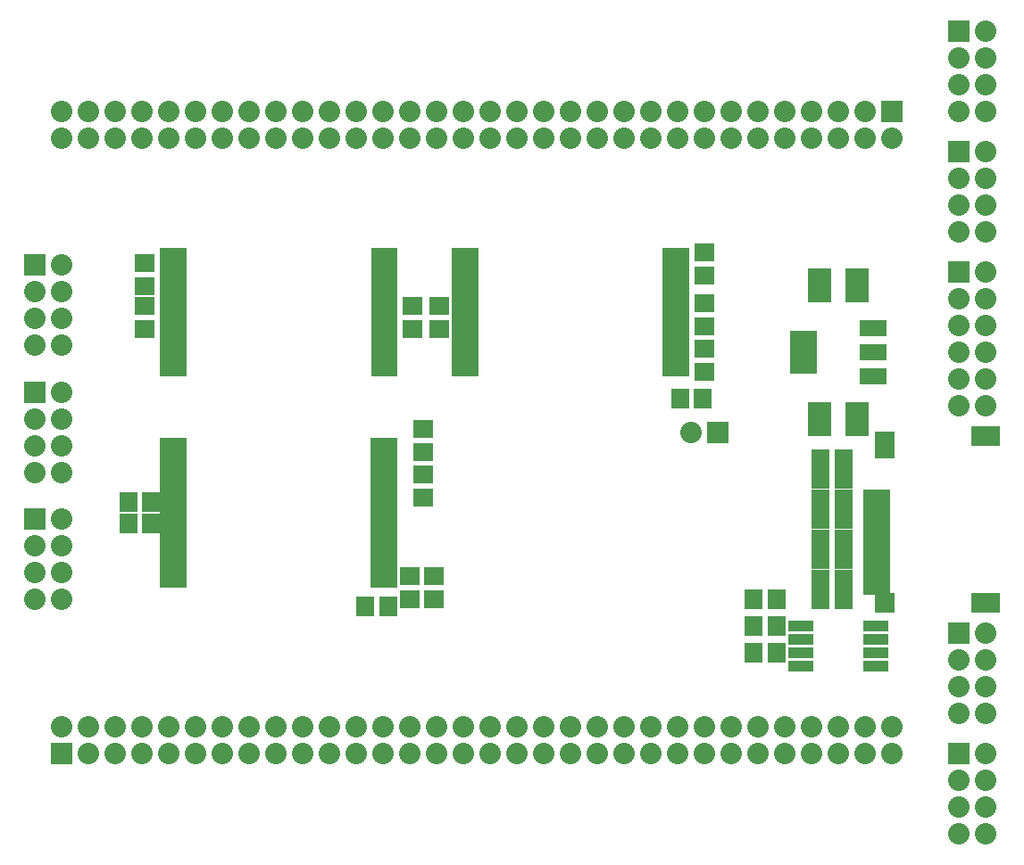
<source format=gts>
G04 (created by PCBNEW-RS274X (2012-01-19 BZR 3256)-stable) date 13/09/2012 15:52:14*
G01*
G70*
G90*
%MOIN*%
G04 Gerber Fmt 3.4, Leading zero omitted, Abs format*
%FSLAX34Y34*%
G04 APERTURE LIST*
%ADD10C,0.006000*%
%ADD11R,0.098700X0.027800*%
%ADD12R,0.065000X0.075000*%
%ADD13R,0.080000X0.080000*%
%ADD14C,0.080000*%
%ADD15R,0.100000X0.164000*%
%ADD16R,0.100000X0.060000*%
%ADD17R,0.090000X0.130000*%
%ADD18R,0.075000X0.065000*%
%ADD19R,0.106600X0.075100*%
%ADD20R,0.075100X0.098700*%
%ADD21R,0.075100X0.075100*%
%ADD22R,0.098700X0.047600*%
%ADD23R,0.095000X0.040000*%
G04 APERTURE END LIST*
G54D10*
G54D11*
X24037Y-26870D03*
X24037Y-26673D03*
X24037Y-26476D03*
X24037Y-26280D03*
X24037Y-26083D03*
X24037Y-25886D03*
X24037Y-25689D03*
X24037Y-25492D03*
X24037Y-25295D03*
X24037Y-25098D03*
X24037Y-24902D03*
X24037Y-24705D03*
X24037Y-24508D03*
X24037Y-24311D03*
X24037Y-24114D03*
X24037Y-23917D03*
X24037Y-23720D03*
X24037Y-23524D03*
X24037Y-23327D03*
X24037Y-23130D03*
X24037Y-22933D03*
X24037Y-22736D03*
X24037Y-22539D03*
X24037Y-22343D03*
X16163Y-22343D03*
X16163Y-22539D03*
X16163Y-22736D03*
X16163Y-22933D03*
X16163Y-23130D03*
X16163Y-23327D03*
X16163Y-23524D03*
X16163Y-23720D03*
X16163Y-23917D03*
X16163Y-24114D03*
X16163Y-24311D03*
X16163Y-24508D03*
X16163Y-24705D03*
X16163Y-24902D03*
X16163Y-25098D03*
X16163Y-25295D03*
X16163Y-25492D03*
X16163Y-25689D03*
X16163Y-25886D03*
X16163Y-26083D03*
X16163Y-26280D03*
X16163Y-26476D03*
X16163Y-26673D03*
X16163Y-26870D03*
X16163Y-27067D03*
X16163Y-27264D03*
X16163Y-27461D03*
X16163Y-27657D03*
X24037Y-27067D03*
X24037Y-27264D03*
X24037Y-27461D03*
X24037Y-27657D03*
X27063Y-15630D03*
X27063Y-15827D03*
X27063Y-16024D03*
X27063Y-16220D03*
X27063Y-16417D03*
X27063Y-16614D03*
X27063Y-16811D03*
X27063Y-17008D03*
X27063Y-17205D03*
X27063Y-17402D03*
X27063Y-17598D03*
X27063Y-17795D03*
X27063Y-17992D03*
X27063Y-18189D03*
X27063Y-18386D03*
X27063Y-18583D03*
X27063Y-18780D03*
X27063Y-18976D03*
X27063Y-19173D03*
X27063Y-19370D03*
X27063Y-19567D03*
X27063Y-19764D03*
X34937Y-19764D03*
X34937Y-19567D03*
X34937Y-19370D03*
X34937Y-19173D03*
X34937Y-18976D03*
X34937Y-18780D03*
X34937Y-18583D03*
X34937Y-18386D03*
X34937Y-18189D03*
X34937Y-17992D03*
X34937Y-17795D03*
X34937Y-17598D03*
X34937Y-17402D03*
X34937Y-17205D03*
X34937Y-17008D03*
X34937Y-16811D03*
X34937Y-16614D03*
X34937Y-16417D03*
X34937Y-16220D03*
X34937Y-16024D03*
X34937Y-15827D03*
X34937Y-15630D03*
X34937Y-15433D03*
X34937Y-15236D03*
X27063Y-15433D03*
X27063Y-15236D03*
G54D12*
X37825Y-29250D03*
X38675Y-29250D03*
G54D13*
X45500Y-16000D03*
G54D14*
X46500Y-16000D03*
X45500Y-17000D03*
X46500Y-17000D03*
X45500Y-18000D03*
X46500Y-18000D03*
X45500Y-19000D03*
X46500Y-19000D03*
X45500Y-20000D03*
X46500Y-20000D03*
X45500Y-21000D03*
X46500Y-21000D03*
G54D13*
X45500Y-11500D03*
G54D14*
X46500Y-11500D03*
X45500Y-12500D03*
X46500Y-12500D03*
X45500Y-13500D03*
X46500Y-13500D03*
X45500Y-14500D03*
X46500Y-14500D03*
G54D13*
X45500Y-07000D03*
G54D14*
X46500Y-07000D03*
X45500Y-08000D03*
X46500Y-08000D03*
X45500Y-09000D03*
X46500Y-09000D03*
X45500Y-10000D03*
X46500Y-10000D03*
G54D15*
X39700Y-19000D03*
G54D16*
X42300Y-19000D03*
X42300Y-18100D03*
X42300Y-19900D03*
G54D17*
X41700Y-16500D03*
X40300Y-16500D03*
X41700Y-21500D03*
X40300Y-21500D03*
G54D18*
X25100Y-18125D03*
X25100Y-17275D03*
X36000Y-18025D03*
X36000Y-17175D03*
X26100Y-18125D03*
X26100Y-17275D03*
G54D12*
X37825Y-28250D03*
X38675Y-28250D03*
G54D18*
X25900Y-28225D03*
X25900Y-27375D03*
X15100Y-17275D03*
X15100Y-18125D03*
X25000Y-28225D03*
X25000Y-27375D03*
G54D12*
X14475Y-24600D03*
X15325Y-24600D03*
G54D18*
X25500Y-21875D03*
X25500Y-22725D03*
X36000Y-19725D03*
X36000Y-18875D03*
X25500Y-24425D03*
X25500Y-23575D03*
G54D10*
G36*
X23544Y-19231D02*
X24530Y-19231D01*
X24530Y-19509D01*
X23544Y-19509D01*
X23544Y-19231D01*
X23544Y-19231D01*
G37*
G36*
X23544Y-19034D02*
X24530Y-19034D01*
X24530Y-19312D01*
X23544Y-19312D01*
X23544Y-19034D01*
X23544Y-19034D01*
G37*
G36*
X23544Y-18837D02*
X24530Y-18837D01*
X24530Y-19115D01*
X23544Y-19115D01*
X23544Y-18837D01*
X23544Y-18837D01*
G37*
G36*
X23544Y-18641D02*
X24530Y-18641D01*
X24530Y-18919D01*
X23544Y-18919D01*
X23544Y-18641D01*
X23544Y-18641D01*
G37*
G36*
X23544Y-18444D02*
X24530Y-18444D01*
X24530Y-18722D01*
X23544Y-18722D01*
X23544Y-18444D01*
X23544Y-18444D01*
G37*
G36*
X23544Y-18247D02*
X24530Y-18247D01*
X24530Y-18525D01*
X23544Y-18525D01*
X23544Y-18247D01*
X23544Y-18247D01*
G37*
G36*
X23544Y-18050D02*
X24530Y-18050D01*
X24530Y-18328D01*
X23544Y-18328D01*
X23544Y-18050D01*
X23544Y-18050D01*
G37*
G36*
X23544Y-17853D02*
X24530Y-17853D01*
X24530Y-18131D01*
X23544Y-18131D01*
X23544Y-17853D01*
X23544Y-17853D01*
G37*
G36*
X23544Y-17656D02*
X24530Y-17656D01*
X24530Y-17934D01*
X23544Y-17934D01*
X23544Y-17656D01*
X23544Y-17656D01*
G37*
G36*
X23544Y-17459D02*
X24530Y-17459D01*
X24530Y-17737D01*
X23544Y-17737D01*
X23544Y-17459D01*
X23544Y-17459D01*
G37*
G36*
X23544Y-17263D02*
X24530Y-17263D01*
X24530Y-17541D01*
X23544Y-17541D01*
X23544Y-17263D01*
X23544Y-17263D01*
G37*
G36*
X23544Y-17066D02*
X24530Y-17066D01*
X24530Y-17344D01*
X23544Y-17344D01*
X23544Y-17066D01*
X23544Y-17066D01*
G37*
G36*
X23544Y-16869D02*
X24530Y-16869D01*
X24530Y-17147D01*
X23544Y-17147D01*
X23544Y-16869D01*
X23544Y-16869D01*
G37*
G36*
X23544Y-16672D02*
X24530Y-16672D01*
X24530Y-16950D01*
X23544Y-16950D01*
X23544Y-16672D01*
X23544Y-16672D01*
G37*
G36*
X23544Y-16475D02*
X24530Y-16475D01*
X24530Y-16753D01*
X23544Y-16753D01*
X23544Y-16475D01*
X23544Y-16475D01*
G37*
G36*
X23544Y-16278D02*
X24530Y-16278D01*
X24530Y-16556D01*
X23544Y-16556D01*
X23544Y-16278D01*
X23544Y-16278D01*
G37*
G36*
X23544Y-16081D02*
X24530Y-16081D01*
X24530Y-16359D01*
X23544Y-16359D01*
X23544Y-16081D01*
X23544Y-16081D01*
G37*
G36*
X23544Y-15885D02*
X24530Y-15885D01*
X24530Y-16163D01*
X23544Y-16163D01*
X23544Y-15885D01*
X23544Y-15885D01*
G37*
G36*
X23544Y-15688D02*
X24530Y-15688D01*
X24530Y-15966D01*
X23544Y-15966D01*
X23544Y-15688D01*
X23544Y-15688D01*
G37*
G36*
X23544Y-15491D02*
X24530Y-15491D01*
X24530Y-15769D01*
X23544Y-15769D01*
X23544Y-15491D01*
X23544Y-15491D01*
G37*
G36*
X23544Y-15294D02*
X24530Y-15294D01*
X24530Y-15572D01*
X23544Y-15572D01*
X23544Y-15294D01*
X23544Y-15294D01*
G37*
G36*
X23544Y-15097D02*
X24530Y-15097D01*
X24530Y-15375D01*
X23544Y-15375D01*
X23544Y-15097D01*
X23544Y-15097D01*
G37*
G54D11*
X16163Y-15236D03*
X16163Y-15433D03*
X16163Y-15630D03*
X16163Y-15827D03*
X16163Y-16024D03*
X16163Y-16220D03*
X16163Y-16417D03*
X16163Y-16614D03*
X16163Y-16811D03*
X16163Y-17008D03*
X16163Y-17205D03*
X16163Y-17402D03*
X16163Y-17598D03*
X16163Y-17795D03*
X16163Y-17992D03*
X16163Y-18189D03*
X16163Y-18386D03*
X16163Y-18583D03*
X16163Y-18780D03*
X16163Y-18976D03*
X16163Y-19173D03*
X16163Y-19370D03*
G54D10*
G36*
X15670Y-19428D02*
X16656Y-19428D01*
X16656Y-19706D01*
X15670Y-19706D01*
X15670Y-19428D01*
X15670Y-19428D01*
G37*
G36*
X15670Y-19625D02*
X16656Y-19625D01*
X16656Y-19903D01*
X15670Y-19903D01*
X15670Y-19625D01*
X15670Y-19625D01*
G37*
G36*
X23544Y-19428D02*
X24530Y-19428D01*
X24530Y-19706D01*
X23544Y-19706D01*
X23544Y-19428D01*
X23544Y-19428D01*
G37*
G36*
X23544Y-19625D02*
X24530Y-19625D01*
X24530Y-19903D01*
X23544Y-19903D01*
X23544Y-19625D01*
X23544Y-19625D01*
G37*
G54D12*
X41175Y-23000D03*
X40325Y-23000D03*
X14475Y-25400D03*
X15325Y-25400D03*
X24175Y-28500D03*
X23325Y-28500D03*
G54D18*
X15100Y-15675D03*
X15100Y-16525D03*
G54D13*
X11000Y-25250D03*
G54D14*
X12000Y-25250D03*
X11000Y-26250D03*
X12000Y-26250D03*
X11000Y-27250D03*
X12000Y-27250D03*
X11000Y-28250D03*
X12000Y-28250D03*
G54D13*
X11000Y-20500D03*
G54D14*
X12000Y-20500D03*
X11000Y-21500D03*
X12000Y-21500D03*
X11000Y-22500D03*
X12000Y-22500D03*
X11000Y-23500D03*
X12000Y-23500D03*
G54D13*
X11000Y-15750D03*
G54D14*
X12000Y-15750D03*
X11000Y-16750D03*
X12000Y-16750D03*
X11000Y-17750D03*
X12000Y-17750D03*
X11000Y-18750D03*
X12000Y-18750D03*
G54D13*
X45500Y-34000D03*
G54D14*
X46500Y-34000D03*
X45500Y-35000D03*
X46500Y-35000D03*
X45500Y-36000D03*
X46500Y-36000D03*
X45500Y-37000D03*
X46500Y-37000D03*
G54D13*
X45500Y-29500D03*
G54D14*
X46500Y-29500D03*
X45500Y-30500D03*
X46500Y-30500D03*
X45500Y-31500D03*
X46500Y-31500D03*
X45500Y-32500D03*
X46500Y-32500D03*
G54D13*
X36500Y-22000D03*
G54D14*
X35500Y-22000D03*
G54D19*
X46488Y-28360D03*
X46488Y-22140D03*
G54D20*
X42709Y-22455D03*
G54D21*
X42709Y-28360D03*
G54D22*
X42433Y-27829D03*
X42433Y-27396D03*
X42433Y-26963D03*
X42433Y-26530D03*
X42433Y-26096D03*
X42433Y-25663D03*
X42433Y-25230D03*
X42433Y-24797D03*
X42433Y-24364D03*
G54D23*
X42400Y-29250D03*
X42400Y-29750D03*
X42400Y-30250D03*
X42400Y-30750D03*
X39600Y-30750D03*
X39600Y-30250D03*
X39600Y-29750D03*
X39600Y-29250D03*
G54D18*
X36000Y-15275D03*
X36000Y-16125D03*
G54D12*
X35925Y-20750D03*
X35075Y-20750D03*
X37825Y-30250D03*
X38675Y-30250D03*
X41175Y-28250D03*
X40325Y-28250D03*
X41175Y-23750D03*
X40325Y-23750D03*
X41175Y-24500D03*
X40325Y-24500D03*
X41175Y-25250D03*
X40325Y-25250D03*
X41175Y-26000D03*
X40325Y-26000D03*
X41175Y-26750D03*
X40325Y-26750D03*
X41175Y-27500D03*
X40325Y-27500D03*
G54D13*
X43000Y-10000D03*
G54D14*
X43000Y-11000D03*
X42000Y-10000D03*
X42000Y-11000D03*
X41000Y-10000D03*
X41000Y-11000D03*
X40000Y-10000D03*
X40000Y-11000D03*
X39000Y-10000D03*
X39000Y-11000D03*
X38000Y-10000D03*
X38000Y-11000D03*
X37000Y-10000D03*
X37000Y-11000D03*
X36000Y-10000D03*
X36000Y-11000D03*
X35000Y-10000D03*
X35000Y-11000D03*
X34000Y-10000D03*
X34000Y-11000D03*
X33000Y-10000D03*
X33000Y-11000D03*
X32000Y-10000D03*
X32000Y-11000D03*
X31000Y-10000D03*
X31000Y-11000D03*
X30000Y-10000D03*
X30000Y-11000D03*
X29000Y-10000D03*
X29000Y-11000D03*
X28000Y-10000D03*
X28000Y-11000D03*
X27000Y-10000D03*
X27000Y-11000D03*
X26000Y-10000D03*
X26000Y-11000D03*
X25000Y-10000D03*
X25000Y-11000D03*
X24000Y-10000D03*
X24000Y-11000D03*
X23000Y-10000D03*
X23000Y-11000D03*
X22000Y-10000D03*
X22000Y-11000D03*
X21000Y-10000D03*
X21000Y-11000D03*
X20000Y-10000D03*
X20000Y-11000D03*
X19000Y-10000D03*
X19000Y-11000D03*
X18000Y-10000D03*
X18000Y-11000D03*
X17000Y-10000D03*
X17000Y-11000D03*
X16000Y-10000D03*
X16000Y-11000D03*
X15000Y-10000D03*
X15000Y-11000D03*
X14000Y-10000D03*
X14000Y-11000D03*
X13000Y-10000D03*
X13000Y-11000D03*
X12000Y-10000D03*
X12000Y-11000D03*
G54D13*
X12000Y-34000D03*
G54D14*
X12000Y-33000D03*
X13000Y-34000D03*
X13000Y-33000D03*
X14000Y-34000D03*
X14000Y-33000D03*
X15000Y-34000D03*
X15000Y-33000D03*
X16000Y-34000D03*
X16000Y-33000D03*
X17000Y-34000D03*
X17000Y-33000D03*
X18000Y-34000D03*
X18000Y-33000D03*
X19000Y-34000D03*
X19000Y-33000D03*
X20000Y-34000D03*
X20000Y-33000D03*
X21000Y-34000D03*
X21000Y-33000D03*
X22000Y-34000D03*
X22000Y-33000D03*
X23000Y-34000D03*
X23000Y-33000D03*
X24000Y-34000D03*
X24000Y-33000D03*
X25000Y-34000D03*
X25000Y-33000D03*
X26000Y-34000D03*
X26000Y-33000D03*
X27000Y-34000D03*
X27000Y-33000D03*
X28000Y-34000D03*
X28000Y-33000D03*
X29000Y-34000D03*
X29000Y-33000D03*
X30000Y-34000D03*
X30000Y-33000D03*
X31000Y-34000D03*
X31000Y-33000D03*
X32000Y-34000D03*
X32000Y-33000D03*
X33000Y-34000D03*
X33000Y-33000D03*
X34000Y-34000D03*
X34000Y-33000D03*
X35000Y-34000D03*
X35000Y-33000D03*
X36000Y-34000D03*
X36000Y-33000D03*
X37000Y-34000D03*
X37000Y-33000D03*
X38000Y-34000D03*
X38000Y-33000D03*
X39000Y-34000D03*
X39000Y-33000D03*
X40000Y-34000D03*
X40000Y-33000D03*
X41000Y-34000D03*
X41000Y-33000D03*
X42000Y-34000D03*
X42000Y-33000D03*
X43000Y-34000D03*
X43000Y-33000D03*
M02*

</source>
